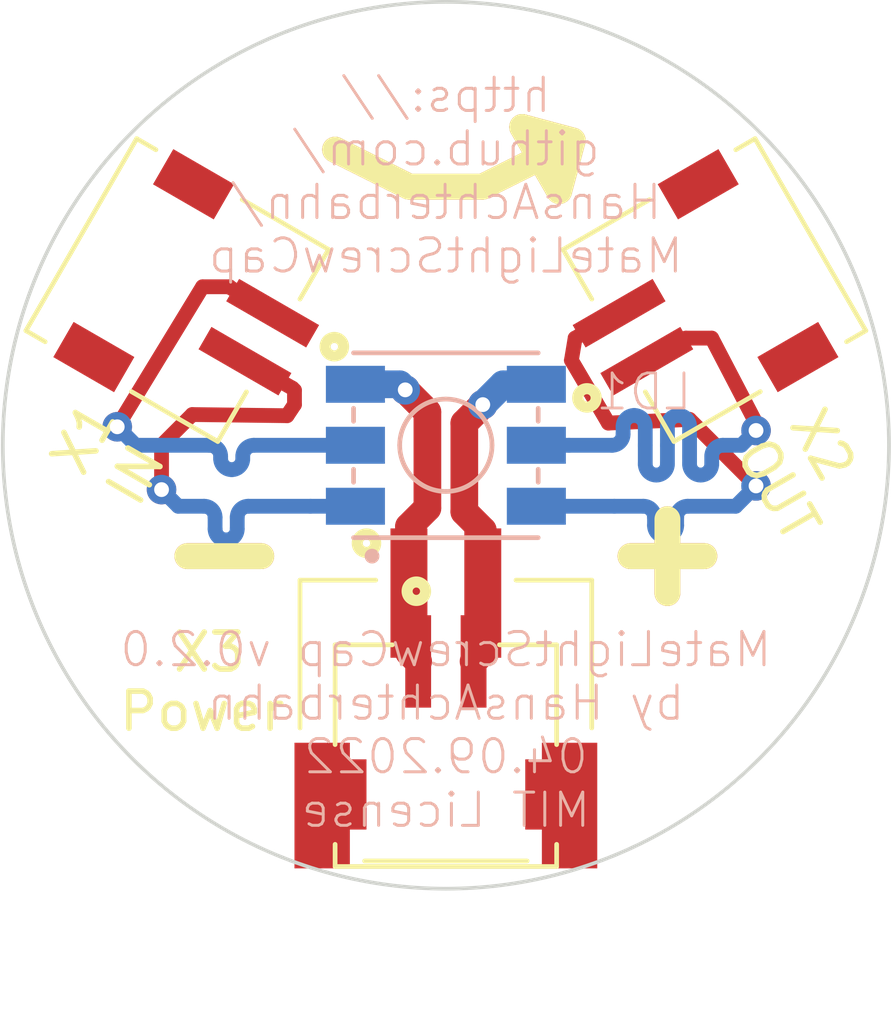
<source format=kicad_pcb>
(kicad_pcb (version 20211014) (generator pcbnew)
  (layers (0 "F.Cu" signal "Top") (31 "B.Cu" signal "Bottom") (34 "B.Paste" user) (35 "F.Paste" user) (36 "B.SilkS" user "B.Silkscreen") (37 "F.SilkS" user "F.Silkscreen") (38 "B.Mask" user) (39 "F.Mask" user) (44 "Edge.Cuts" user))
  (net 0 "")
  (net 1 "GND")
  (net 2 "+5V")
  (net 3 "/CKO")
  (net 4 "/SDO")
  (net 5 "/SDI")
  (net 6 "/CKI")
  (footprint "h8-Connectors:JST_S2B-PH-SM4-TB(LF)(SN)" (layer "F.Cu") (at 0 4)
    (fp_text reference "X3" (at -6.4 1.6) (layer "F.SilkS") (effects (font (size 1.002189 1.002189))))
    (fp_text value "Power" (at -6.6 3.2) (layer "F.SilkS") (effects (font (size 1.003575 1.003575))))
    (fp_line (start -1.9 -0.35) (end -3.95 -0.35) (layer "F.SilkS") (width 0.127))
    (fp_line (start 3.95 -0.35) (end 1.9 -0.35) (layer "F.SilkS") (width 0.127))
    (fp_line (start -2.2 7.25) (end 2.2 7.25) (layer "F.SilkS") (width 0.127))
    (fp_line (start -3.95 -0.35) (end -3.95 3.65) (layer "F.SilkS") (width 0.127))
    (fp_line (start 3.95 3.65) (end 3.95 -0.35) (layer "F.SilkS") (width 0.127))
    (fp_circle (center -2.15 -1.35) (end -2.05 -1.35) (layer "F.SilkS") (width 0.3) (fill none))
    (pad "1" smd rect locked (at -1 0 180) (size 1 3.5) (layers "F.Cu" "F.Paste" "F.Mask") (net 1 "GND"))
    (pad "2" smd rect locked (at 1 0 180) (size 1 3.5) (layers "F.Cu" "F.Paste" "F.Mask") (net 2 "+5V"))
    (pad "S1" smd rect locked (at -3.35 5.75 180) (size 1.5 3.4) (layers "F.Cu" "F.Paste" "F.Mask"))
    (pad "S2" smd rect locked (at 3.35 5.75 180) (size 1.5 3.4) (layers "F.Cu" "F.Paste" "F.Mask"))
  )
  (footprint "h8-Connectors:JST_S2B-ZR-SM4A-TF(LF)(SN)" (layer "F.Cu") (at -6.928203 -4 -120)
    (fp_text reference "X1" (at 4.726795 0.587049 60) (layer "F.SilkS"))
    (fp_text value "IN" (at 4.89282 -1.125386 60) (layer "F.SilkS"))
    (fp_line (start -3 -2.6) (end -3 0.1) (layer "F.SilkS") (width 0.127))
    (fp_line (start -3 3.4) (end 3 3.4) (layer "F.SilkS") (width 0.127))
    (fp_line (start 1.45 -2.6) (end 3 -2.6) (layer "F.SilkS") (width 0.127))
    (fp_line (start 3 3.4) (end 3 2.8) (layer "F.SilkS") (width 0.127))
    (fp_line (start -3 2.8) (end -3 3.4) (layer "F.SilkS") (width 0.127))
    (fp_line (start -1.45 -2.6) (end -3 -2.6) (layer "F.SilkS") (width 0.127))
    (fp_line (start 3 -2.6) (end 3 0.1) (layer "F.SilkS") (width 0.127))
    (fp_circle (center -0.8 -4.05) (end -0.7 -4.05) (layer "F.SilkS") (width 0.3) (fill none))
    (pad "1" smd rect locked (at -0.75 -2.15 60) (size 0.7 2.5) (layers "F.Cu" "F.Paste" "F.Mask") (net 6 "/CKI"))
    (pad "2" smd rect locked (at 0.75 -2.15 60) (size 0.7 2.5) (layers "F.Cu" "F.Paste" "F.Mask") (net 5 "/SDI"))
    (pad "S1" smd rect locked (at -2.7 1.45 60) (size 1.1 1.9) (layers "F.Cu" "F.Paste" "F.Mask"))
    (pad "S2" smd rect locked (at 2.7 1.45 60) (size 1.1 1.9) (layers "F.Cu" "F.Paste" "F.Mask"))
  )
  (footprint "h8-Connectors:JST_S2B-ZR-SM4A-TF(LF)(SN)" (layer "F.Cu") (at 6.928203 -4 120)
    (fp_text reference "X2" (at -5.1 0.833459 120) (layer "F.SilkS"))
    (fp_text value "OUT" (at -5.539231 -0.805771 120) (layer "F.SilkS"))
    (fp_line (start 3 3.4) (end 3 2.8) (layer "F.SilkS") (width 0.127))
    (fp_line (start 1.45 -2.6) (end 3 -2.6) (layer "F.SilkS") (width 0.127))
    (fp_line (start -3 -2.6) (end -3 0.1) (layer "F.SilkS") (width 0.127))
    (fp_line (start -3 3.4) (end 3 3.4) (layer "F.SilkS") (width 0.127))
    (fp_line (start -3 2.8) (end -3 3.4) (layer "F.SilkS") (width 0.127))
    (fp_line (start -1.45 -2.6) (end -3 -2.6) (layer "F.SilkS") (width 0.127))
    (fp_line (start 3 -2.6) (end 3 0.1) (layer "F.SilkS") (width 0.127))
    (fp_circle (center -0.8 -4.05) (end -0.7 -4.05) (layer "F.SilkS") (width 0.3) (fill none))
    (pad "1" smd rect locked (at -0.75 -2.15 300) (size 0.7 2.5) (layers "F.Cu" "F.Paste" "F.Mask") (net 3 "/CKO"))
    (pad "2" smd rect locked (at 0.75 -2.15 300) (size 0.7 2.5) (layers "F.Cu" "F.Paste" "F.Mask") (net 4 "/SDO"))
    (pad "S1" smd rect locked (at -2.7 1.45 300) (size 1.1 1.9) (layers "F.Cu" "F.Paste" "F.Mask"))
    (pad "S2" smd rect locked (at 2.7 1.45 300) (size 1.1 1.9) (layers "F.Cu" "F.Paste" "F.Mask"))
  )
  (footprint "h8-Connectors:JST_S2B-ZR-SM4A-TF(LF)(SN)" (layer "F.Cu") (at 0 8)
    (fp_text reference "X4" hide)
    (fp_text value "Power" hide)
    (fp_line (start -3 3.4) (end 3 3.4) (layer "F.SilkS") (width 0.127))
    (fp_line (start -1.45 -2.6) (end -3 -2.6) (layer "F.SilkS") (width 0.127))
    (fp_line (start 3 -2.6) (end 3 0.1) (layer "F.SilkS") (width 0.127))
    (fp_line (start 1.45 -2.6) (end 3 -2.6) (layer "F.SilkS") (width 0.127))
    (fp_line (start -3 2.8) (end -3 3.4) (layer "F.SilkS") (width 0.127))
    (fp_line (start -3 -2.6) (end -3 0.1) (layer "F.SilkS") (width 0.127))
    (fp_line (start 3 3.4) (end 3 2.8) (layer "F.SilkS") (width 0.127))
    (fp_circle (center -0.8 -4.05) (end -0.7 -4.05) (layer "F.SilkS") (width 0.3) (fill none))
    (pad "1" smd rect locked (at -0.75 -2.15 180) (size 0.7 2.5) (layers "F.Cu" "F.Paste" "F.Mask") (net 1 "GND"))
    (pad "2" smd rect locked (at 0.75 -2.15 180) (size 0.7 2.5) (layers "F.Cu" "F.Paste" "F.Mask") (net 2 "+5V"))
    (pad "S1" smd rect locked (at -2.7 1.45 180) (size 1.1 1.9) (layers "F.Cu" "F.Paste" "F.Mask"))
    (pad "S2" smd rect locked (at 2.7 1.45 180) (size 1.1 1.9) (layers "F.Cu" "F.Paste" "F.Mask"))
  )
  (footprint "MateLightScrewCap:APA102C-5050" (layer "B.Cu") (at 0 0)
    (fp_text reference "LD1" (at 4 -2) (layer "B.SilkS") (effects (font (size 0.95 0.95) (thickness 0.076)) (justify right top mirror)))
    (fp_text value "APA102")
    (fp_line (start -2.5 1) (end -2.5 0.65) (layer "B.SilkS") (width 0.127))
    (fp_line (start 2.5 0.65) (end 2.5 1) (layer "B.SilkS") (width 0.127))
    (fp_line (start 2.5 -1) (end 2.5 -0.65) (layer "B.SilkS") (width 0.127))
    (fp_line (start -2.5 -0.65) (end -2.5 -1) (layer "B.SilkS") (width 0.127))
    (fp_line (start 2.5 2.5) (end -2.5 2.5) (layer "B.SilkS") (width 0.127))
    (fp_line (start -2.5 -2.5) (end 2.5 -2.5) (layer "B.SilkS") (width 0.127))
    (fp_arc (start -1.25 0) (mid -0.883883 -0.883883) (end 0 -1.25) (layer "B.SilkS") (width 0.127))
    (fp_arc (start 1.25 0) (mid 0.883883 0.883883) (end 0 1.25) (layer "B.SilkS") (width 0.127))
    (fp_arc (start 0 -1.25) (mid 0.883883 -0.883883) (end 1.25 0) (layer "B.SilkS") (width 0.127))
    (fp_arc (start 0 1.25) (mid -0.883883 0.883883) (end -1.25 0) (layer "B.SilkS") (width 0.127))
    (fp_circle (center -2 3) (end -1.9 3) (layer "B.SilkS") (width 0.2) (fill none))
    (pad "1" smd rect (at -2.45 1.65 180) (size 1.6 1) (layers "B.Cu" "B.Paste" "B.Mask") (net 5 "/SDI"))
    (pad "2" smd rect (at -2.45 0 180) (size 1.6 1) (layers "B.Cu" "B.Paste" "B.Mask") (net 6 "/CKI"))
    (pad "3" smd rect (at -2.45 -1.65 180) (size 1.6 1) (layers "B.Cu" "B.Paste" "B.Mask") (net 1 "GND"))
    (pad "4" smd rect (at 2.45 1.65 180) (size 1.6 1) (layers "B.Cu" "B.Paste" "B.Mask") (net 4 "/SDO"))
    (pad "5" smd rect (at 2.45 0 180) (size 1.6 1) (layers "B.Cu" "B.Paste" "B.Mask") (net 3 "/CKO"))
    (pad "6" smd rect (at 2.45 -1.65 180) (size 1.6 1) (layers "B.Cu" "B.Paste" "B.Mask") (net 2 "+5V"))
  )
  (gr_line (start 3 -8) (end 1 -7) (layer "F.Cu") (width 0.7))
  (gr_line (start -3 -8) (end -1 -7) (layer "F.Cu") (width 0.7))
  (gr_line (start 3.434113 -8.2464) (end 2.068087 -8.612425) (layer "F.Cu") (width 0.7))
  (gr_line (start 2.068087 -8.612425) (end 3.068087 -6.880375) (layer "F.Cu") (width 0.7))
  (gr_line (start 3.068087 -6.880375) (end 3.434113 -8.2464) (layer "F.Cu") (width 0.7))
  (gr_line (start -7 3) (end -5 3) (layer "F.Cu") (width 0.7))
  (gr_line (start 6 4) (end 6 1.999999) (layer "F.Cu") (width 0.7))
  (gr_line (start -1 -7) (end 1 -7) (layer "F.Cu") (width 0.7))
  (gr_line (start 5 3) (end 7 3) (layer "F.Cu") (width 0.7))
  (gr_line (start 3.068087 -6.880375) (end 3.434113 -8.2464) (layer "F.SilkS") (width 0.7))
  (gr_line (start 2.068087 -8.612425) (end 3.068087 -6.880375) (layer "F.SilkS") (width 0.7))
  (gr_line (start 3.434113 -8.2464) (end 2.068087 -8.612425) (layer "F.SilkS") (width 0.7))
  (gr_line (start -7 3) (end -5 3) (layer "F.SilkS") (width 0.7))
  (gr_line (start 6 4) (end 6 1.999999) (layer "F.SilkS") (width 0.7))
  (gr_line (start -3 -8) (end -1 -7) (layer "F.SilkS") (width 0.7))
  (gr_line (start 3 -8) (end 1 -7) (layer "F.SilkS") (width 0.7))
  (gr_line (start 5 3) (end 7 3) (layer "F.SilkS") (width 0.7))
  (gr_line (start -1 -7) (end 1 -7) (layer "F.SilkS") (width 0.7))
  (gr_circle (center 0 0) (end 12 0) (layer "Edge.Cuts") (width 0.1) (fill none))
  (gr_text "MateLightScrewCap v0.2.0\nby HansAchterbahn\n04.09.2022\nMIT License" (at 0 5) (layer "B.SilkS") (effects (font (size 0.9 0.9) (thickness 0.08)) (justify top mirror)))
  (gr_text "https://\ngithub.com/\nHansAchterbahn/\nMateLightScrewCap" (at 0 -10) (layer "B.SilkS") (effects (font (size 0.9 0.9) (thickness 0.08)) (justify top mirror)))
  (segment (start -0.5 1.7) (end -0.5 -0.9) (width 0.75) (layer "F.Cu") (net 1))
  (segment (start -1 4) (end -1 2.2) (width 0.75) (layer "F.Cu") (net 1))
  (segment (start -0.5 -0.9) (end -1.1 -1.5) (width 0.75) (layer "F.Cu") (net 1))
  (segment (start -1 2.2) (end -0.5 1.7) (width 0.75) (layer "F.Cu") (net 1))
  (segment (start -1 5.6) (end -0.75 5.85) (width 0.75) (layer "F.Cu") (net 1))
  (segment (start -1 4) (end -1 5.6) (width 0.75) (layer "F.Cu") (net 1))
  (via (at -1.1 -1.5) (size 0.8) (drill 0.4) (layers "F.Cu" "B.Cu") (net 1))
  (segment (start -1.25 -1.65) (end -1.1 -1.5) (width 0.75) (layer "B.Cu") (net 1))
  (segment (start -2.45 -1.65) (end -1.25 -1.65) (width 0.75) (layer "B.Cu") (net 1))
  (segment (start 1 5.6) (end 0.75 5.85) (width 0.75) (layer "F.Cu") (net 2))
  (segment (start 1 2.3) (end 0.5 1.8) (width 0.75) (layer "F.Cu") (net 2))
  (segment (start 1 4) (end 1 2.3) (width 0.75) (layer "F.Cu") (net 2))
  (segment (start 1 4) (end 1 5.6) (width 0.75) (layer "F.Cu") (net 2))
  (segment (start 0.5 1.8) (end 0.5 -0.6) (width 0.75) (layer "F.Cu") (net 2))
  (segment (start 0.5 -0.6) (end 1 -1.1) (width 0.75) (layer "F.Cu") (net 2))
  (via (at 1 -1.1) (size 0.8) (drill 0.4) (layers "F.Cu" "B.Cu") (net 2))
  (segment (start 2.45 -1.65) (end 1.55 -1.65) (width 0.75) (layer "B.Cu") (net 2))
  (segment (start 1.55 -1.65) (end 1 -1.1) (width 0.75) (layer "B.Cu") (net 2))
  (segment (start 7.2 -2.9) (end 8.4 -0.6) (width 0.4) (layer "F.Cu") (net 3))
  (segment (start 5.441248 -2.275481) (end 6.5 -2.9) (width 0.4) (layer "F.Cu") (net 3))
  (segment (start 6.5 -2.9) (end 7.2 -2.9) (width 0.4) (layer "F.Cu") (net 3))
  (segment (start 8.4 -0.6) (end 8.4 -0.4) (width 0.4) (layer "F.Cu") (net 3))
  (via (at 8.4 -0.4) (size 0.8) (drill 0.4) (layers "F.Cu" "B.Cu") (net 3))
  (segment (start 6.6 0.506472) (end 6.6 0.3) (width 0.4) (layer "B.Cu") (net 3))
  (segment (start 6 0) (end 6 0.506472) (width 0.4) (layer "B.Cu") (net 3))
  (segment (start 4.8 -0.506472) (end 4.8 -0.3) (width 0.4) (layer "B.Cu") (net 3))
  (segment (start 5.4 0) (end 5.4 -0.506472) (width 0.4) (layer "B.Cu") (net 3))
  (segment (start 4.5 0) (end 3.336826 0) (width 0.4) (layer "B.Cu") (net 3))
  (segment (start 6.6 0.3) (end 6.6 -0.506472) (width 0.4) (layer "B.Cu") (net 3))
  (segment (start 5.4 0.506472) (end 5.4 0) (width 0.4) (layer "B.Cu") (net 3))
  (segment (start 8 0) (end 7.5 0) (width 0.4) (layer "B.Cu") (net 3))
  (segment (start 3.336826 0) (end 2.45 0) (width 0.4) (layer "B.Cu") (net 3))
  (segment (start 8.4 -0.4) (end 8 0) (width 0.4) (layer "B.Cu") (net 3))
  (segment (start 6 -0.506472) (end 6 0) (width 0.4) (layer "B.Cu") (net 3))
  (segment (start 7.2 0.3) (end 7.2 0.506472) (width 0.4) (layer "B.Cu") (net 3))
  (arc (start 7.2 0.506472) (mid 7.112132 0.718604) (end 6.9 0.806472) (width 0.4) (layer "B.Cu") (net 3))
  (arc (start 7.5 0) (mid 7.287868 0.087868) (end 7.2 0.3) (width 0.4) (layer "B.Cu") (net 3))
  (arc (start 5.1 -0.806472) (mid 4.887868 -0.718604) (end 4.8 -0.506472) (width 0.4) (layer "B.Cu") (net 3))
  (arc (start 6 0.506472) (mid 5.912132 0.718604) (end 5.7 0.806472) (width 0.4) (layer "B.Cu") (net 3))
  (arc (start 5.7 0.806472) (mid 5.487868 0.718604) (end 5.4 0.506472) (width 0.4) (layer "B.Cu") (net 3))
  (arc (start 6.3 -0.806472) (mid 6.087868 -0.718604) (end 6 -0.506472) (width 0.4) (layer "B.Cu") (net 3))
  (arc (start 4.8 -0.3) (mid 4.712132 -0.087868) (end 4.5 0) (width 0.4) (layer "B.Cu") (net 3))
  (arc (start 5.4 -0.506472) (mid 5.312132 -0.718604) (end 5.1 -0.806472) (width 0.4) (layer "B.Cu") (net 3))
  (arc (start 6.6 -0.506472) (mid 6.512132 -0.718604) (end 6.3 -0.806472) (width 0.4) (layer "B.Cu") (net 3))
  (arc (start 6.9 0.806472) (mid 6.687868 0.718604) (end 6.6 0.506472) (width 0.4) (layer "B.Cu") (net 3))
  (segment (start 3.4 -2.3) (end 4.4 -0.6) (width 0.4) (layer "F.Cu") (net 4))
  (segment (start 6.6 -0.7) (end 8.4 1.1) (width 0.4) (layer "F.Cu") (net 4))
  (segment (start 4.4 -0.6) (end 6.6 -0.7) (width 0.4) (layer "F.Cu") (net 4))
  (segment (start 4.674519 -3.574519) (end 3.5 -2.9) (width 0.4) (layer "F.Cu") (net 4))
  (segment (start 4.691248 -3.574519) (end 4.674519 -3.574519) (width 0.4) (layer "F.Cu") (net 4))
  (segment (start 3.5 -2.9) (end 3.4 -2.3) (width 0.4) (layer "F.Cu") (net 4))
  (via (at 8.4 1.1) (size 0.8) (drill 0.4) (layers "F.Cu" "B.Cu") (net 4))
  (segment (start 4.561495 1.65) (end 2.45 1.65) (width 0.4) (layer "B.Cu") (net 4))
  (segment (start 6.25 1.95) (end 6.25 2.169916) (width 0.4) (layer "B.Cu") (net 4))
  (segment (start 5.65 2.169916) (end 5.65 1.95) (width 0.4) (layer "B.Cu") (net 4))
  (segment (start 5.35 1.65) (end 4.561495 1.65) (width 0.4) (layer "B.Cu") (net 4))
  (segment (start 8.4 1.1) (end 7.85 1.65) (width 0.4) (layer "B.Cu") (net 4))
  (segment (start 7.85 1.65) (end 6.55 1.65) (width 0.4) (layer "B.Cu") (net 4))
  (arc (start 6.55 1.65) (mid 6.337868 1.737868) (end 6.25 1.95) (width 0.4) (layer "B.Cu") (net 4))
  (arc (start 5.95 2.469916) (mid 5.737868 2.382048) (end 5.65 2.169916) (width 0.4) (layer "B.Cu") (net 4))
  (arc (start 5.65 1.95) (mid 5.562132 1.737868) (end 5.35 1.65) (width 0.4) (layer "B.Cu") (net 4))
  (arc (start 6.25 2.169916) (mid 6.162132 2.382048) (end 5.95 2.469916) (width 0.4) (layer "B.Cu") (net 4))
  (segment (start -4.3 -0.8) (end -6.86875 -0.83125) (width 0.4) (layer "F.Cu") (net 5))
  (segment (start -4.1 -1.1) (end -4.1 -1.489806) (width 0.4) (layer "F.Cu") (net 5))
  (segment (start -4.1 -1.1) (end -4.3 -0.8) (width 0.4) (layer "F.Cu") (net 5))
  (segment (start -7.7 0) (end -7.7 1.2) (width 0.4) (layer "F.Cu") (net 5))
  (segment (start -4.1 -1.489806) (end -4.155097 -1.544903) (width 0.4) (layer "F.Cu") (net 5))
  (segment (start -5.441248 -2.275481) (end -4.155097 -1.544903) (width 0.4) (layer "F.Cu") (net 5))
  (segment (start -6.86875 -0.83125) (end -7.7 0) (width 0.4) (layer "F.Cu") (net 5))
  (via (at -7.7 1.2) (size 0.8) (drill 0.4) (layers "F.Cu" "B.Cu") (net 5))
  (segment (start -3.667713 1.65) (end -2.45 1.65) (width 0.4) (layer "B.Cu") (net 5))
  (segment (start -5.65 2.263352) (end -5.65 1.95) (width 0.4) (layer "B.Cu") (net 5))
  (segment (start -7.7 1.2) (end -7.25 1.65) (width 0.4) (layer "B.Cu") (net 5))
  (segment (start -7.25 1.65) (end -6.55 1.65) (width 0.4) (layer "B.Cu") (net 5))
  (segment (start -6.25 1.95) (end -6.25 2.263352) (width 0.4) (layer "B.Cu") (net 5))
  (segment (start -5.35 1.65) (end -3.667713 1.65) (width 0.4) (layer "B.Cu") (net 5))
  (arc (start -6.55 1.65) (mid -6.337868 1.737868) (end -6.25 1.95) (width 0.4) (layer "B.Cu") (net 5))
  (arc (start -5.95 2.563352) (mid -5.737868 2.475484) (end -5.65 2.263352) (width 0.4) (layer "B.Cu") (net 5))
  (arc (start -5.65 1.95) (mid -5.562132 1.737868) (end -5.35 1.65) (width 0.4) (layer "B.Cu") (net 5))
  (arc (start -6.25 2.263352) (mid -6.162132 2.475484) (end -5.95 2.563352) (width 0.4) (layer "B.Cu") (net 5))
  (segment (start -6.589394 -4.289394) (end -5.859602 -4.289394) (width 0.4) (layer "F.Cu") (net 6))
  (segment (start -4.720319 -3.60359) (end -4.691248 -3.574519) (width 0.4) (layer "F.Cu") (net 6))
  (segment (start -8.9 -0.5) (end -6.589394 -4.289394) (width 0.4) (layer "F.Cu") (net 6))
  (segment (start -5.859602 -4.289394) (end -5.835104 -4.264896) (width 0.4) (layer "F.Cu") (net 6))
  (segment (start -5.835104 -4.264896) (end -4.720319 -3.60359) (width 0.4) (layer "F.Cu") (net 6))
  (via (at -8.9 -0.5) (size 0.8) (drill 0.4) (layers "F.Cu" "B.Cu") (net 6))
  (segment (start -5.2 0) (end -2.514654 0) (width 0.4) (layer "B.Cu") (net 6))
  (segment (start -8.4 0) (end -6.4 0) (width 0.4) (layer "B.Cu") (net 6))
  (segment (start -8.9 -0.5) (end -8.4 0) (width 0.4) (layer "B.Cu") (net 6))
  (segment (start -5.5 0.359583) (end -5.5 0.3) (width 0.4) (layer "B.Cu") (net 6))
  (segment (start -6.1 0.3) (end -6.1 0.359583) (width 0.4) (layer "B.Cu") (net 6))
  (segment (start -2.514654 0) (end -2.45 0) (width 0.4) (layer "B.Cu") (net 6))
  (arc (start -6.4 0) (mid -6.187868 0.087868) (end -6.1 0.3) (width 0.4) (layer "B.Cu") (net 6))
  (arc (start -6.1 0.359583) (mid -6.012132 0.571715) (end -5.8 0.659583) (width 0.4) (layer "B.Cu") (net 6))
  (arc (start -5.8 0.659583) (mid -5.587868 0.571715) (end -5.5 0.359583) (width 0.4) (layer "B.Cu") (net 6))
  (arc (start -5.5 0.3) (mid -5.412132 0.087868) (end -5.2 0) (width 0.4) (layer "B.Cu") (net 6))
)
</source>
